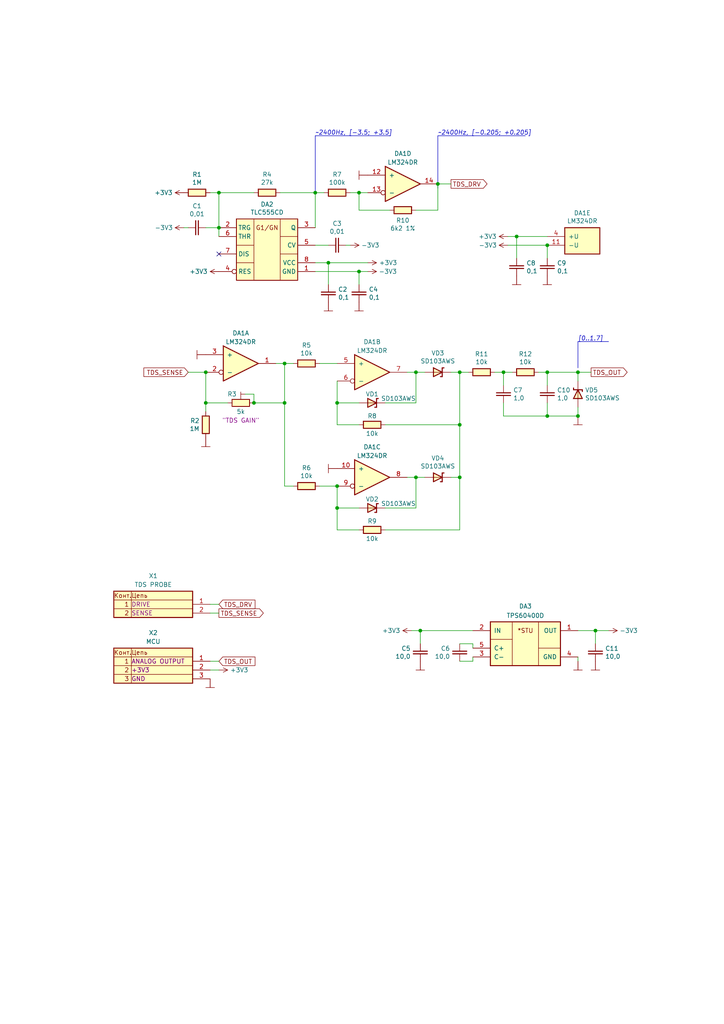
<source format=kicad_sch>
(kicad_sch (version 20230121) (generator eeschema)
  (paper "A4" portrait)
  (title_block (title "TDS Meter") (date "2023-06-12") (company "Moonshine") (comment 2 "UncleRus"))
  (lib_symbols
    (symbol "GOST_Capacitors:CAPACITOR" (pin_numbers hide) (pin_names (offset 1.016) hide)
      (property "Reference" "C" (at 0 2.794 0))
      (property "Value" "GOST_Capacitors_CAPACITOR" (at 0 -2.794 0))
      (symbol "CAPACITOR_1_1"
        (polyline (pts (xy -0.381 2.032) (xy -0.381 -2.032)) (stroke (width 0.3048)))
        (polyline (pts (xy 0.381 2.032) (xy 0.381 -2.032)) (stroke (width 0.3048)))
        (pin passive line (at -2.54 0 0) (length 2.159) (name "1") (number "1"))
        (pin passive line (at 2.54 0 180) (length 2.159) (name "2") (number "2"))
      )
    )
    (symbol "GOST_Connectors_List:CONN_LIST_02_L" (pin_names (offset 1.016))
      (property "Reference" "X" (at 0 4.445 0))
      (property "Value" "CONN_LIST_02_L" (at 0 1.905 0))
      (property "NET1" "NET1" (at -6.35 -3.81 0))
      (property "NET2" "NET2" (at -6.35 -6.35 0))
      (symbol "CONN_LIST_02_L_0_0"
        (polyline (pts (xy -11.43 -5.08) (xy 11.43 -5.08)))
        (polyline (pts (xy -11.43 -2.54) (xy 11.43 -2.54)))
        (polyline (pts (xy -6.35 0) (xy -6.35 -7.62)))
        (text "1" (at -6.985 -3.81 0) (effects (font (size 1.27 1.27)) (justify right)))
        (text "2" (at -6.985 -6.35 0) (effects (font (size 1.27 1.27)) (justify right)))
        (text "Конт." (at -11.43 -1.27 0) (effects (font (size 1.27 1.27)) (justify left)))
        (text "Цепь" (at -6.35 -1.27 0) (effects (font (size 1.27 1.27)) (justify left)))
      )
      (symbol "CONN_LIST_02_L_0_1"
        (rectangle (start -11.43 0) (end 11.43 -7.62) (stroke (width 0.3048)) (fill (type background)))
      )
      (symbol "CONN_LIST_02_L_1_1"
        (pin passive line (at 16.51 -3.81 180) (length 5.08) (name "~") (number "1"))
        (pin passive line (at 16.51 -6.35 180) (length 5.08) (name "~") (number "2"))
      )
    )
    (symbol "GOST_Connectors_List:CONN_LIST_03_L" (pin_names (offset 1.016))
      (property "Reference" "X" (at 0 4.445 0))
      (property "Value" "CONN_LIST_03_L" (at 0 1.905 0))
      (property "NET1" "NET1" (at -6.35 -3.81 0))
      (property "NET2" "NET2" (at -6.35 -6.35 0))
      (property "NET3" "NET3" (at -6.35 -8.89 0))
      (symbol "CONN_LIST_03_L_0_0"
        (polyline (pts (xy -11.43 -7.62) (xy 11.43 -7.62)))
        (polyline (pts (xy -11.43 -5.08) (xy 11.43 -5.08)))
        (polyline (pts (xy -11.43 -2.54) (xy 11.43 -2.54)))
        (polyline (pts (xy -6.35 0) (xy -6.35 -10.16)))
        (text "1" (at -6.985 -3.81 0) (effects (font (size 1.27 1.27)) (justify right)))
        (text "2" (at -6.985 -6.35 0) (effects (font (size 1.27 1.27)) (justify right)))
        (text "3" (at -6.985 -8.89 0) (effects (font (size 1.27 1.27)) (justify right)))
        (text "Конт." (at -11.43 -1.27 0) (effects (font (size 1.27 1.27)) (justify left)))
        (text "Цепь" (at -6.35 -1.27 0) (effects (font (size 1.27 1.27)) (justify left)))
      )
      (symbol "CONN_LIST_03_L_0_1"
        (rectangle (start -11.43 0) (end 11.43 -10.16) (stroke (width 0.3048)) (fill (type background)))
      )
      (symbol "CONN_LIST_03_L_1_1"
        (pin passive line (at 16.51 -3.81 180) (length 5.08) (name "~") (number "1"))
        (pin passive line (at 16.51 -6.35 180) (length 5.08) (name "~") (number "2"))
        (pin passive line (at 16.51 -8.89 180) (length 5.08) (name "~") (number "3"))
      )
    )
    (symbol "GOST_Diodes:SCHOTTKY" (pin_numbers hide) (pin_names (offset 1.016) hide)
      (property "Reference" "VD" (at 0 5.715 0))
      (property "Value" "GOST_Diodes_SCHOTTKY" (at 0 3.175 0))
      (symbol "SCHOTTKY_0_1"
        (polyline (pts (xy -1.27 1.27) (xy -1.778 1.27)) (stroke (width 0.3048)))
        (polyline (pts (xy -1.27 1.27) (xy -1.27 -1.27)) (stroke (width 0.3048)))
        (polyline (pts (xy -0.762 -1.27) (xy -1.27 -1.27)) (stroke (width 0.3048)))
        (polyline (pts (xy 1.27 0) (xy -1.27 0)))
        (polyline (pts (xy 1.27 1.27) (xy 1.27 -1.27) (xy -1.27 0) (xy 1.27 1.27)) (stroke (width 0.3048)) (fill (type background)))
      )
      (symbol "SCHOTTKY_1_1"
        (pin passive line (at -3.81 0 0) (length 2.54) (name "K") (number "1"))
        (pin passive line (at 3.81 0 180) (length 2.54) (name "A") (number "2"))
      )
    )
    (symbol "GOST_ICs:NE555DR"
      (property "Reference" "DA" (at 0 11.43 0))
      (property "Value" "GOST_ICs_NE555DR" (at 0 8.89 0))
      (symbol "NE555DR_0_0"
        (polyline (pts (xy -8.89 -5.08) (xy -3.81 -5.08)))
        (polyline (pts (xy -8.89 0) (xy -3.81 0)))
        (polyline (pts (xy 3.81 -2.54) (xy 8.89 -2.54)))
        (polyline (pts (xy 3.81 2.54) (xy 8.89 2.54)))
        (text "G1/GN" (at 0 5.08 0) (effects (font (size 1.27 1.27))))
        (pin power_in line (at 13.97 -7.62 180) (length 5.08) (name "GND") (number "1"))
        (pin power_in line (at 13.97 -5.08 180) (length 5.08) (name "VCC") (number "8"))
      )
      (symbol "NE555DR_0_1"
        (rectangle (start -8.89 -10.16) (end 8.89 7.62) (stroke (width 0.254)) (fill (type background)))
        (rectangle (start -3.81 7.62) (end 3.81 -10.16))
      )
      (symbol "NE555DR_1_1"
        (pin input line (at -13.97 5.08 0) (length 5.08) (name "TRG") (number "2"))
        (pin output line (at 13.97 5.08 180) (length 5.08) (name "Q") (number "3"))
        (pin input inverted (at -13.97 -7.62 0) (length 5.08) (name "RES") (number "4"))
        (pin passive line (at 13.97 0 180) (length 5.08) (name "CV") (number "5"))
        (pin input line (at -13.97 2.54 0) (length 5.08) (name "THR") (number "6"))
        (pin input line (at -13.97 -2.54 0) (length 5.08) (name "DIS") (number "7"))
      )
    )
    (symbol "GOST_ICs:OPAMP_QUAD_TRIANGLE" (pin_names (offset 1.016))
      (property "Reference" "DA" (at 0 8.89 0))
      (property "Value" "OPAMP_QUAD_TRIANGLE" (at 0 7.62 0))
      (symbol "OPAMP_QUAD_TRIANGLE_1_0"
        (polyline (pts (xy -5.08 5.08) (xy -5.08 -5.08) (xy 5.08 0) (xy -5.08 5.08)) (stroke (width 0.3048)) (fill (type background)))
      )
      (symbol "OPAMP_QUAD_TRIANGLE_1_1"
        (pin output line (at 10.16 0 180) (length 5.08) (name "~") (number "1"))
        (pin input inverted (at -10.16 -2.54 0) (length 5.08) (name "-") (number "2"))
        (pin input line (at -10.16 2.54 0) (length 5.08) (name "+") (number "3"))
      )
      (symbol "OPAMP_QUAD_TRIANGLE_2_0"
        (polyline (pts (xy -5.08 5.08) (xy -5.08 -5.08) (xy 5.08 0) (xy -5.08 5.08)) (stroke (width 0.3048)) (fill (type background)))
      )
      (symbol "OPAMP_QUAD_TRIANGLE_2_1"
        (pin input line (at -10.16 2.54 0) (length 5.08) (name "+") (number "5"))
        (pin input inverted (at -10.16 -2.54 0) (length 5.08) (name "-") (number "6"))
        (pin output line (at 10.16 0 180) (length 5.08) (name "~") (number "7"))
      )
      (symbol "OPAMP_QUAD_TRIANGLE_3_0"
        (polyline (pts (xy -5.08 5.08) (xy -5.08 -5.08) (xy 5.08 0) (xy -5.08 5.08)) (stroke (width 0.3048)) (fill (type background)))
      )
      (symbol "OPAMP_QUAD_TRIANGLE_3_1"
        (pin input line (at -10.16 2.54 0) (length 5.08) (name "+") (number "10"))
        (pin output line (at 10.16 0 180) (length 5.08) (name "~") (number "8"))
        (pin input inverted (at -10.16 -2.54 0) (length 5.08) (name "-") (number "9"))
      )
      (symbol "OPAMP_QUAD_TRIANGLE_4_0"
        (polyline (pts (xy -5.08 5.08) (xy -5.08 -5.08) (xy 5.08 0) (xy -5.08 5.08)) (stroke (width 0.3048)) (fill (type background)))
      )
      (symbol "OPAMP_QUAD_TRIANGLE_4_1"
        (pin input line (at -10.16 2.54 0) (length 5.08) (name "+") (number "12"))
        (pin input inverted (at -10.16 -2.54 0) (length 5.08) (name "-") (number "13"))
        (pin output line (at 10.16 0 180) (length 5.08) (name "~") (number "14"))
      )
      (symbol "OPAMP_QUAD_TRIANGLE_5_1"
        (rectangle (start -5.08 3.81) (end 5.08 -3.81) (stroke (width 0.3048)) (fill (type background)))
        (pin power_in line (at -10.16 -1.27 0) (length 5.08) (name "-U") (number "11"))
        (pin power_in line (at -10.16 1.27 0) (length 5.08) (name "+U") (number "4"))
      )
    )
    (symbol "GOST_ICs:TPS60400" (pin_names (offset 1.016))
      (property "Reference" "DA" (at 0 8.89 0))
      (property "Value" "GOST_ICs_TPS60400" (at 0 7.62 0))
      (symbol "TPS60400_0_0"
        (text "*STU" (at 0 2.54 0) (effects (font (size 1.27 1.27))))
      )
      (symbol "TPS60400_1_1"
        (rectangle (start -10.16 5.08) (end 10.16 -7.62) (stroke (width 0.3048)) (fill (type background)))
        (rectangle (start -3.81 5.08) (end 3.81 -7.62))
        (polyline (pts (xy -3.81 0) (xy -10.16 0)))
        (polyline (pts (xy 10.16 -2.54) (xy 3.81 -2.54)))
        (pin power_out line (at 15.24 2.54 180) (length 5.08) (name "OUT") (number "1"))
        (pin power_in line (at -15.24 2.54 0) (length 5.08) (name "IN") (number "2"))
        (pin passive line (at -15.24 -5.08 0) (length 5.08) (name "C-") (number "3"))
        (pin power_in line (at 15.24 -5.08 180) (length 5.08) (name "GND") (number "4"))
        (pin passive line (at -15.24 -2.54 0) (length 5.08) (name "C+") (number "5"))
      )
    )
    (symbol "GOST_Power_Symbols:+3V3" (power) (pin_numbers hide) (pin_names (offset 1.016) hide)
      (property "Value" "GOST_Power_Symbols_+3V3" (at 0 3.302 0))
      (symbol "+3V3_1_1"
        (polyline (pts (xy 0 2.54) (xy -0.635 1.27)))
        (polyline (pts (xy 0 2.54) (xy 0.635 1.27)))
        (pin power_in line (at 0 0 90) (length 2.54) (name "+3V3") (number "1"))
      )
    )
    (symbol "GOST_Power_Symbols:-3V3" (power) (pin_numbers hide) (pin_names (offset 1.016) hide)
      (property "Value" "-3V3" (at 0 3.302 0))
      (symbol "-3V3_1_1"
        (polyline (pts (xy 0 2.54) (xy -0.635 1.27)))
        (polyline (pts (xy 0 2.54) (xy 0.635 1.27)))
        (pin power_in line (at 0 0 90) (length 2.54) (name "-3V3") (number "1"))
      )
    )
    (symbol "GOST_Power_Symbols:GND" (power) (pin_numbers hide) (pin_names (offset 1.016) hide)
      (symbol "GND_1_1"
        (polyline (pts (xy -1.27 -2.54) (xy 1.27 -2.54)))
        (pin power_in line (at 0 0 270) (length 2.54) (name "GND") (number "1"))
      )
    )
    (symbol "GOST_Resistors:RESISTOR" (pin_numbers hide) (pin_names (offset 1.016) hide)
      (property "Reference" "R" (at 0 1.778 0))
      (property "Value" "GOST_Resistors_RESISTOR" (at 0 -1.778 0))
      (symbol "RESISTOR_1_1"
        (rectangle (start -2.54 1.016) (end 2.54 -1.016) (stroke (width 0.3048)) (fill (type background)))
        (pin passive line (at -3.81 0 0) (length 1.27) (name "L") (number "1"))
        (pin passive line (at 3.81 0 180) (length 1.27) (name "R") (number "2"))
      )
    )
    (symbol "GOST_Resistors:RESISTOR_TRIMMER" (pin_numbers hide) (pin_names (offset 1.016) hide)
      (property "Reference" "R" (at 0 5.08 0))
      (property "Value" "GOST_Resistors_RESISTOR_TRIMMER" (at 0 -2.54 0))
      (symbol "RESISTOR_TRIMMER_0_1"
        (rectangle (start -2.54 1.016) (end 2.54 -1.016) (stroke (width 0.254)) (fill (type background)))
        (polyline (pts (xy 0 1.016) (xy 0 3.175)))
      )
      (symbol "RESISTOR_TRIMMER_1_1"
        (pin passive line (at -3.81 0 0) (length 1.27) (name "1") (number "1"))
        (pin passive line (at 1.27 2.54 180) (length 1.27) (name "2") (number "2"))
        (pin passive line (at 3.81 0 180) (length 1.27) (name "3") (number "3"))
      )
    )
  )
  (junction (at 104.14 55.88))
  (junction (at 82.55 105.41))
  (junction (at 149.86 68.58))
  (junction (at 133.35 138.43))
  (junction (at 63.5 55.88))
  (junction (at 73.66 116.84))
  (junction (at 158.75 71.12))
  (junction (at 120.65 138.43))
  (junction (at 167.64 107.95))
  (junction (at 91.44 55.88))
  (junction (at 127 53.34))
  (junction (at 158.75 120.65))
  (junction (at 59.69 116.84))
  (junction (at 172.72 182.88))
  (junction (at 95.25 76.2))
  (junction (at 133.35 107.95))
  (junction (at 120.65 107.95))
  (junction (at 158.75 107.95))
  (junction (at 133.35 123.19))
  (junction (at 146.05 107.95))
  (junction (at 167.64 120.65))
  (junction (at 63.5 66.04))
  (junction (at 104.14 78.74))
  (junction (at 97.79 147.32))
  (junction (at 82.55 116.84))
  (junction (at 59.69 107.95))
  (junction (at 97.79 116.84))
  (junction (at 97.79 140.97))
  (junction (at 121.92 182.88))
  (no_connect (at 63.5 73.66))
  (wire (pts (xy 104.14 147.32) (xy 97.79 147.32)))
  (wire (pts (xy 80.01 105.41) (xy 82.55 105.41)))
  (wire (pts (xy 104.14 78.74) (xy 91.44 78.74)))
  (wire (pts (xy 133.35 107.95) (xy 135.89 107.95)))
  (wire (pts (xy 60.96 177.8) (xy 63.5 177.8)))
  (wire (pts (xy 147.32 71.12) (xy 158.75 71.12)))
  (wire (pts (xy 95.25 82.55) (xy 95.25 76.2)))
  (wire (pts (xy 120.65 60.96) (xy 127 60.96)))
  (wire (pts (xy 59.69 116.84) (xy 66.04 116.84)))
  (wire (pts (xy 137.16 190.5) (xy 137.16 191.77)))
  (wire (pts (xy 146.05 120.65) (xy 158.75 120.65)))
  (polyline (pts (xy 91.44 55.88) (xy 91.44 39.37)))
  (wire (pts (xy 59.69 66.04) (xy 63.5 66.04)))
  (wire (pts (xy 120.65 107.95) (xy 118.11 107.95)))
  (wire (pts (xy 95.25 76.2) (xy 91.44 76.2)))
  (wire (pts (xy 121.92 182.88) (xy 137.16 182.88)))
  (wire (pts (xy 92.71 105.41) (xy 97.79 105.41)))
  (wire (pts (xy 167.64 120.65) (xy 167.64 118.11)))
  (wire (pts (xy 146.05 116.84) (xy 146.05 120.65)))
  (wire (pts (xy 146.05 111.76) (xy 146.05 107.95)))
  (wire (pts (xy 137.16 186.69) (xy 137.16 187.96)))
  (wire (pts (xy 104.14 82.55) (xy 104.14 78.74)))
  (wire (pts (xy 121.92 186.69) (xy 121.92 182.88)))
  (wire (pts (xy 146.05 107.95) (xy 148.59 107.95)))
  (wire (pts (xy 149.86 74.93) (xy 149.86 68.58)))
  (wire (pts (xy 133.35 153.67) (xy 111.76 153.67)))
  (wire (pts (xy 172.72 186.69) (xy 172.72 182.88)))
  (wire (pts (xy 100.33 71.12) (xy 101.6 71.12)))
  (polyline (pts (xy 91.44 39.37) (xy 113.03 39.37)))
  (wire (pts (xy 59.69 116.84) (xy 59.69 119.38)))
  (wire (pts (xy 82.55 105.41) (xy 82.55 116.84)))
  (wire (pts (xy 73.66 55.88) (xy 63.5 55.88)))
  (wire (pts (xy 97.79 153.67) (xy 97.79 147.32)))
  (wire (pts (xy 97.79 116.84) (xy 97.79 110.49)))
  (wire (pts (xy 106.68 76.2) (xy 95.25 76.2)))
  (wire (pts (xy 104.14 153.67) (xy 97.79 153.67)))
  (polyline (pts (xy 167.64 99.06) (xy 176.53 99.06)))
  (wire (pts (xy 158.75 107.95) (xy 167.64 107.95)))
  (wire (pts (xy 120.65 147.32) (xy 120.65 138.43)))
  (wire (pts (xy 113.03 60.96) (xy 104.14 60.96)))
  (wire (pts (xy 63.5 55.88) (xy 63.5 66.04)))
  (wire (pts (xy 167.64 107.95) (xy 167.64 110.49)))
  (wire (pts (xy 93.98 55.88) (xy 91.44 55.88)))
  (wire (pts (xy 97.79 147.32) (xy 97.79 140.97)))
  (wire (pts (xy 149.86 68.58) (xy 158.75 68.58)))
  (wire (pts (xy 60.96 191.77) (xy 63.5 191.77)))
  (wire (pts (xy 53.34 66.04) (xy 54.61 66.04)))
  (wire (pts (xy 167.64 182.88) (xy 172.72 182.88)))
  (wire (pts (xy 71.12 114.3) (xy 73.66 114.3)))
  (wire (pts (xy 81.28 55.88) (xy 91.44 55.88)))
  (wire (pts (xy 121.92 182.88) (xy 119.38 182.88)))
  (wire (pts (xy 158.75 116.84) (xy 158.75 120.65)))
  (wire (pts (xy 127 53.34) (xy 130.81 53.34)))
  (wire (pts (xy 82.55 140.97) (xy 85.09 140.97)))
  (wire (pts (xy 120.65 138.43) (xy 123.19 138.43)))
  (wire (pts (xy 60.96 194.31) (xy 63.5 194.31)))
  (wire (pts (xy 73.66 114.3) (xy 73.66 116.84)))
  (wire (pts (xy 92.71 140.97) (xy 97.79 140.97)))
  (wire (pts (xy 167.64 191.77) (xy 167.64 190.5)))
  (wire (pts (xy 63.5 68.58) (xy 63.5 66.04)))
  (wire (pts (xy 147.32 68.58) (xy 149.86 68.58)))
  (wire (pts (xy 133.35 123.19) (xy 111.76 123.19)))
  (wire (pts (xy 111.76 116.84) (xy 120.65 116.84)))
  (wire (pts (xy 73.66 116.84) (xy 82.55 116.84)))
  (wire (pts (xy 158.75 120.65) (xy 167.64 120.65)))
  (wire (pts (xy 111.76 147.32) (xy 120.65 147.32)))
  (wire (pts (xy 101.6 55.88) (xy 104.14 55.88)))
  (wire (pts (xy 120.65 116.84) (xy 120.65 107.95)))
  (wire (pts (xy 91.44 55.88) (xy 91.44 66.04)))
  (polyline (pts (xy 127 39.37) (xy 152.4 39.37)))
  (wire (pts (xy 133.35 138.43) (xy 133.35 123.19)))
  (wire (pts (xy 82.55 116.84) (xy 82.55 140.97)))
  (wire (pts (xy 143.51 107.95) (xy 146.05 107.95)))
  (wire (pts (xy 118.11 138.43) (xy 120.65 138.43)))
  (wire (pts (xy 133.35 107.95) (xy 133.35 123.19)))
  (wire (pts (xy 104.14 116.84) (xy 97.79 116.84)))
  (polyline (pts (xy 127 54.61) (xy 127 39.37)))
  (wire (pts (xy 54.61 107.95) (xy 59.69 107.95)))
  (wire (pts (xy 127 60.96) (xy 127 53.34)))
  (wire (pts (xy 60.96 55.88) (xy 63.5 55.88)))
  (wire (pts (xy 104.14 55.88) (xy 106.68 55.88)))
  (wire (pts (xy 133.35 138.43) (xy 133.35 153.67)))
  (wire (pts (xy 158.75 107.95) (xy 158.75 111.76)))
  (wire (pts (xy 120.65 107.95) (xy 123.19 107.95)))
  (wire (pts (xy 130.81 138.43) (xy 133.35 138.43)))
  (wire (pts (xy 104.14 60.96) (xy 104.14 55.88)))
  (wire (pts (xy 133.35 186.69) (xy 137.16 186.69)))
  (wire (pts (xy 156.21 107.95) (xy 158.75 107.95)))
  (wire (pts (xy 130.81 107.95) (xy 133.35 107.95)))
  (wire (pts (xy 95.25 71.12) (xy 91.44 71.12)))
  (wire (pts (xy 104.14 123.19) (xy 97.79 123.19)))
  (wire (pts (xy 137.16 191.77) (xy 133.35 191.77)))
  (wire (pts (xy 59.69 107.95) (xy 59.69 116.84)))
  (polyline (pts (xy 167.64 106.68) (xy 167.64 99.06)))
  (wire (pts (xy 106.68 78.74) (xy 104.14 78.74)))
  (wire (pts (xy 85.09 105.41) (xy 82.55 105.41)))
  (wire (pts (xy 172.72 182.88) (xy 176.53 182.88)))
  (wire (pts (xy 158.75 74.93) (xy 158.75 71.12)))
  (wire (pts (xy 97.79 123.19) (xy 97.79 116.84)))
  (wire (pts (xy 171.45 107.95) (xy 167.64 107.95)))
  (wire (pts (xy 60.96 175.26) (xy 63.5 175.26)))
  (text "~2400Hz, [-3.5; +3.5]" (at 91.44 39.37 0) (effects (font (size 1.27 1.27) italic) (justify left bottom)))
  (text "~2400Hz, [-0.205; +0.205]" (at 127 39.37 0) (effects (font (size 1.27 1.27) italic) (justify left bottom)))
  (text "[0..1.7]" (at 167.64 99.06 0) (effects (font (size 1.27 1.27) italic) (justify left bottom)))
  (global_label "TDS_DRV" (shape output) (at 130.81 53.34 0) (property "Intersheetrefs" "${INTERSHEET_REFS}" (effects hide)))
  (global_label "TDS_OUT" (shape input) (at 63.5 191.77 0) (property "Intersheetrefs" "${INTERSHEET_REFS}" (effects hide)))
  (global_label "TDS_SENSE" (shape input) (at 54.61 107.95 180) (property "Intersheetrefs" "${INTERSHEET_REFS}" (effects hide)))
  (global_label "TDS_DRV" (shape input) (at 63.5 175.26 0) (property "Intersheetrefs" "${INTERSHEET_REFS}" (effects hide)))
  (global_label "TDS_SENSE" (shape output) (at 63.5 177.8 0) (property "Intersheetrefs" "${INTERSHEET_REFS}" (effects hide)))
  (global_label "TDS_OUT" (shape output) (at 171.45 107.95 0) (property "Intersheetrefs" "${INTERSHEET_REFS}" (effects hide)))
  (symbol (lib_id "GOST_ICs:TPS60400") (at 152.4 185.42 0) (unit 1)
    (property "Reference" "DA3" (at 152.4 176.53 0) (effects (justify bottom)))
    (property "Value" "TPS60400D" (at 152.4 177.8 0) (effects (justify top)))
    (property "Footprint" "Package_TO_SOT_SMD:SOT-23-5_HandSoldering" (effects hide))
  )
  (symbol (lib_id "GOST_Capacitors:CAPACITOR") (at 133.35 189.23 270) (unit 1)
    (property "Reference" "C6" (at 130.556 188.0616 90) (effects (justify right)))
    (property "Value" "10,0" (at 130.556 190.373 90) (effects (justify right)))
    (property "Footprint" "Capacitor_SMD:C_0805_2012Metric_Pad1.18x1.45mm_HandSolder" (effects hide))
  )
  (symbol (lib_id "GOST_Capacitors:CAPACITOR") (at 121.92 189.23 270) (unit 1)
    (property "Reference" "C5" (at 119.126 188.0616 90) (effects (justify right)))
    (property "Value" "10,0" (at 119.126 190.373 90) (effects (justify right)))
    (property "Footprint" "Capacitor_SMD:C_0805_2012Metric_Pad1.18x1.45mm_HandSolder" (effects hide))
  )
  (symbol (lib_id "GOST_Power_Symbols:GND") (at 121.92 191.77 0) (unit 1)
    (property "Reference" "#PWR016" (effects hide))
    (property "Value" "GND" (effects hide))
  )
  (symbol (lib_id "GOST_Power_Symbols:GND") (at 167.64 191.77 0) (unit 1)
    (property "Reference" "#PWR022" (effects hide))
    (property "Value" "GND" (effects hide))
  )
  (symbol (lib_id "GOST_Capacitors:CAPACITOR") (at 172.72 189.23 270) (unit 1)
    (property "Reference" "C11" (at 175.5394 188.0616 90) (effects (justify left)))
    (property "Value" "10,0" (at 175.5394 190.373 90) (effects (justify left)))
    (property "Footprint" "Capacitor_SMD:C_0805_2012Metric_Pad1.18x1.45mm_HandSolder" (effects hide))
  )
  (symbol (lib_id "GOST_Power_Symbols:GND") (at 172.72 191.77 0) (unit 1)
    (property "Reference" "#PWR023" (effects hide))
    (property "Value" "GND" (effects hide))
  )
  (symbol (lib_id "GOST_ICs:OPAMP_QUAD_TRIANGLE") (at 69.85 105.41 0) (unit 1)
    (property "Reference" "DA1" (at 69.85 96.6048 0))
    (property "Value" "LM324DR" (at 69.85 99.1417 0))
    (property "Footprint" "Package_SO:SOIC-14_3.9x8.7mm_P1.27mm" (effects hide))
  )
  (symbol (lib_id "GOST_ICs:OPAMP_QUAD_TRIANGLE") (at 107.95 107.95 0) (unit 2)
    (property "Reference" "DA1" (at 107.95 99.1448 0))
    (property "Value" "LM324DR" (at 107.95 101.6817 0))
    (property "Footprint" "Package_SO:SOIC-14_3.9x8.7mm_P1.27mm" (effects hide))
  )
  (symbol (lib_id "GOST_ICs:OPAMP_QUAD_TRIANGLE") (at 107.95 138.43 0) (unit 3)
    (property "Reference" "DA1" (at 107.95 129.6248 0))
    (property "Value" "LM324DR" (at 107.95 132.1617 0))
    (property "Footprint" "Package_SO:SOIC-14_3.9x8.7mm_P1.27mm" (effects hide))
  )
  (symbol (lib_id "GOST_ICs:OPAMP_QUAD_TRIANGLE") (at 116.84 53.34 0) (unit 4)
    (property "Reference" "DA1" (at 116.84 44.5348 0))
    (property "Value" "LM324DR" (at 116.84 47.0717 0))
    (property "Footprint" "Package_SO:SOIC-14_3.9x8.7mm_P1.27mm" (effects hide))
  )
  (symbol (lib_id "GOST_ICs:OPAMP_QUAD_TRIANGLE") (at 168.91 69.85 0) (unit 5)
    (property "Reference" "DA1" (at 168.91 61.7728 0))
    (property "Value" "LM324DR" (at 168.91 64.0842 0))
    (property "Footprint" "Package_SO:SOIC-14_3.9x8.7mm_P1.27mm" (effects hide))
  )
  (symbol (lib_id "GOST_Resistors:RESISTOR") (at 59.69 123.19 270) (unit 1)
    (property "Reference" "R2" (at 57.8866 122.0216 90) (effects (justify right)))
    (property "Value" "1M" (at 57.8866 124.333 90) (effects (justify right)))
    (property "Footprint" "Resistor_SMD:R_0805_2012Metric_Pad1.20x1.40mm_HandSolder" (effects hide))
  )
  (symbol (lib_id "GOST_Power_Symbols:GND") (at 59.69 127 0) (unit 1)
    (property "Reference" "#PWR04" (effects hide))
    (property "Value" "GND" (effects hide))
  )
  (symbol (lib_id "GOST_Power_Symbols:GND") (at 59.69 102.87 270) (unit 1)
    (property "Reference" "#PWR03" (effects hide))
    (property "Value" "GND" (effects hide))
  )
  (symbol (lib_id "GOST_Resistors:RESISTOR") (at 88.9 105.41 0) (mirror y) (unit 1)
    (property "Reference" "R5" (at 88.9 100.1268 0))
    (property "Value" "10k" (at 88.9 102.4382 0))
    (property "Footprint" "Resistor_SMD:R_0805_2012Metric_Pad1.20x1.40mm_HandSolder" (effects hide))
  )
  (symbol (lib_id "GOST_Resistors:RESISTOR") (at 88.9 140.97 0) (mirror y) (unit 1)
    (property "Reference" "R6" (at 88.9 135.6868 0))
    (property "Value" "10k" (at 88.9 137.9982 0))
    (property "Footprint" "Resistor_SMD:R_0805_2012Metric_Pad1.20x1.40mm_HandSolder" (effects hide))
  )
  (symbol (lib_id "GOST_Power_Symbols:GND") (at 97.79 135.89 270) (unit 1)
    (property "Reference" "#PWR09" (effects hide))
    (property "Value" "GND" (effects hide))
  )
  (symbol (lib_id "GOST_Diodes:SCHOTTKY") (at 167.64 114.3 90) (mirror x) (unit 1)
    (property "Reference" "VD5" (at 169.6974 113.1316 90) (effects (justify right)))
    (property "Value" "SD103AWS" (at 169.6974 115.443 90) (effects (justify right)))
    (property "Footprint" "Diode_SMD:D_SOD-323_HandSoldering" (effects hide))
  )
  (symbol (lib_id "GOST_Resistors:RESISTOR") (at 139.7 107.95 0) (mirror y) (unit 1)
    (property "Reference" "R11" (at 139.7 102.6668 0))
    (property "Value" "10k" (at 139.7 104.9782 0))
    (property "Footprint" "Resistor_SMD:R_0805_2012Metric_Pad1.20x1.40mm_HandSolder" (effects hide))
  )
  (symbol (lib_id "GOST_Resistors:RESISTOR") (at 152.4 107.95 0) (mirror y) (unit 1)
    (property "Reference" "R12" (at 152.4 102.6668 0))
    (property "Value" "10k" (at 152.4 104.9782 0))
    (property "Footprint" "Resistor_SMD:R_0805_2012Metric_Pad1.20x1.40mm_HandSolder" (effects hide))
  )
  (symbol (lib_id "GOST_Capacitors:CAPACITOR") (at 146.05 114.3 270) (unit 1)
    (property "Reference" "C7" (at 148.8694 113.1316 90) (effects (justify left)))
    (property "Value" "1,0" (at 148.8694 115.443 90) (effects (justify left)))
    (property "Footprint" "Capacitor_SMD:C_0805_2012Metric_Pad1.18x1.45mm_HandSolder" (effects hide))
  )
  (symbol (lib_id "GOST_Capacitors:CAPACITOR") (at 158.75 114.3 270) (unit 1)
    (property "Reference" "C10" (at 161.5694 113.1316 90) (effects (justify left)))
    (property "Value" "1,0" (at 161.5694 115.443 90) (effects (justify left)))
    (property "Footprint" "Capacitor_SMD:C_0805_2012Metric_Pad1.18x1.45mm_HandSolder" (effects hide))
  )
  (symbol (lib_id "GOST_Power_Symbols:GND") (at 167.64 120.65 0) (unit 1)
    (property "Reference" "#PWR021" (effects hide))
    (property "Value" "GND" (effects hide))
  )
  (symbol (lib_id "GOST_Resistors:RESISTOR") (at 107.95 123.19 0) (mirror y) (unit 1)
    (property "Reference" "R8" (at 107.95 120.65 0))
    (property "Value" "10k" (at 107.95 125.73 0))
    (property "Footprint" "Resistor_SMD:R_0805_2012Metric_Pad1.20x1.40mm_HandSolder" (effects hide))
  )
  (symbol (lib_id "GOST_Resistors:RESISTOR") (at 107.95 153.67 0) (mirror y) (unit 1)
    (property "Reference" "R9" (at 107.95 151.13 0))
    (property "Value" "10k" (at 107.95 156.21 0))
    (property "Footprint" "Resistor_SMD:R_0805_2012Metric_Pad1.20x1.40mm_HandSolder" (effects hide))
  )
  (symbol (lib_id "GOST_ICs:NE555DR") (at 77.47 71.12 0) (unit 1)
    (property "Reference" "DA2" (at 77.47 59.2582 0))
    (property "Value" "TLC555CD" (at 77.47 61.5696 0))
    (property "Footprint" "Package_SO:SOIC-8_3.9x4.9mm_P1.27mm" (effects hide))
  )
  (symbol (lib_id "GOST_Capacitors:CAPACITOR") (at 97.79 71.12 180) (unit 1)
    (property "Reference" "C3" (at 97.79 64.8208 0))
    (property "Value" "0,01" (at 97.79 67.1322 0))
    (property "Footprint" "Capacitor_SMD:C_0805_2012Metric_Pad1.18x1.45mm_HandSolder" (effects hide))
  )
  (symbol (lib_id "GOST_Capacitors:CAPACITOR") (at 57.15 66.04 180) (unit 1)
    (property "Reference" "C1" (at 57.15 59.7408 0))
    (property "Value" "0,01" (at 57.15 62.0522 0))
    (property "Footprint" "Capacitor_SMD:C_0805_2012Metric_Pad1.18x1.45mm_HandSolder" (effects hide))
  )
  (symbol (lib_id "GOST_Resistors:RESISTOR") (at 77.47 55.88 0) (mirror y) (unit 1)
    (property "Reference" "R4" (at 77.47 50.5968 0))
    (property "Value" "27k" (at 77.47 52.9082 0))
    (property "Footprint" "Resistor_SMD:R_0805_2012Metric_Pad1.20x1.40mm_HandSolder" (effects hide))
  )
  (symbol (lib_id "GOST_Resistors:RESISTOR") (at 57.15 55.88 0) (mirror y) (unit 1)
    (property "Reference" "R1" (at 57.15 50.5968 0))
    (property "Value" "1M" (at 57.15 52.9082 0))
    (property "Footprint" "Resistor_SMD:R_0805_2012Metric_Pad1.20x1.40mm_HandSolder" (effects hide))
  )
  (symbol (lib_id "GOST_Resistors:RESISTOR") (at 97.79 55.88 0) (mirror y) (unit 1)
    (property "Reference" "R7" (at 97.79 50.5968 0))
    (property "Value" "100k" (at 97.79 52.9082 0))
    (property "Footprint" "Resistor_SMD:R_0805_2012Metric_Pad1.20x1.40mm_HandSolder" (effects hide))
  )
  (symbol (lib_id "GOST_Power_Symbols:GND") (at 106.68 50.8 270) (unit 1)
    (property "Reference" "#PWR012" (effects hide))
    (property "Value" "GND" (effects hide))
  )
  (symbol (lib_id "GOST_Resistors:RESISTOR") (at 116.84 60.96 0) (mirror y) (unit 1)
    (property "Reference" "R10" (at 116.84 63.9064 0))
    (property "Value" "6k2 1%" (at 116.84 66.2178 0))
    (property "Footprint" "Resistor_SMD:R_0805_2012Metric_Pad1.20x1.40mm_HandSolder" (effects hide))
  )
  (symbol (lib_id "GOST_Diodes:SCHOTTKY") (at 107.95 147.32 0) (mirror y) (unit 1)
    (property "Reference" "VD2" (at 107.95 144.78 0))
    (property "Value" "SD103AWS" (at 115.57 146.05 0))
    (property "Footprint" "Diode_SMD:D_SOD-323_HandSoldering" (effects hide))
  )
  (symbol (lib_id "GOST_Diodes:SCHOTTKY") (at 127 107.95 0) (mirror y) (unit 1)
    (property "Reference" "VD3" (at 127 102.4128 0))
    (property "Value" "SD103AWS" (at 127 104.7242 0))
    (property "Footprint" "Diode_SMD:D_SOD-323_HandSoldering" (effects hide))
  )
  (symbol (lib_id "GOST_Diodes:SCHOTTKY") (at 107.95 116.84 0) (mirror y) (unit 1)
    (property "Reference" "VD1" (at 107.95 114.3 0))
    (property "Value" "SD103AWS" (at 115.57 115.57 0))
    (property "Footprint" "Diode_SMD:D_SOD-323_HandSoldering" (effects hide))
  )
  (symbol (lib_id "GOST_Diodes:SCHOTTKY") (at 127 138.43 0) (mirror y) (unit 1)
    (property "Reference" "VD4" (at 127 132.8928 0))
    (property "Value" "SD103AWS" (at 127 135.2042 0))
    (property "Footprint" "Diode_SMD:D_SOD-323_HandSoldering" (effects hide))
  )
  (symbol (lib_id "GOST_Resistors:RESISTOR_TRIMMER") (at 69.85 116.84 0) (unit 1)
    (property "Reference" "R3" (at 67.31 114.3 0))
    (property "Value" "5k" (at 69.85 119.38 0))
    (property "Footprint" "Potentiometer_THT:Potentiometer_Bourns_3296W_Vertical" (effects hide))
    (property "Title" "\"TDS GAIN\"" (at 69.85 121.92 0))
  )
  (symbol (lib_id "GOST_Power_Symbols:+3V3") (at 119.38 182.88 90) (unit 1)
    (property "Reference" "#PWR015" (effects hide))
    (property "Value" "+3V3" (at 116.1288 182.88 90) (effects (justify left)))
  )
  (symbol (lib_id "GOST_Capacitors:CAPACITOR") (at 158.75 77.47 270) (unit 1)
    (property "Reference" "C9" (at 161.5694 76.3016 90) (effects (justify left)))
    (property "Value" "0,1" (at 161.5694 78.613 90) (effects (justify left)))
    (property "Footprint" "Capacitor_SMD:C_0805_2012Metric_Pad1.18x1.45mm_HandSolder" (effects hide))
  )
  (symbol (lib_id "GOST_Power_Symbols:GND") (at 149.86 80.01 0) (unit 1)
    (property "Reference" "#PWR019" (effects hide))
    (property "Value" "GND" (effects hide))
  )
  (symbol (lib_id "GOST_Power_Symbols:GND") (at 158.75 80.01 0) (unit 1)
    (property "Reference" "#PWR020" (effects hide))
    (property "Value" "GND" (effects hide))
  )
  (symbol (lib_id "GOST_Capacitors:CAPACITOR") (at 149.86 77.47 270) (unit 1)
    (property "Reference" "C8" (at 152.6794 76.3016 90) (effects (justify left)))
    (property "Value" "0,1" (at 152.6794 78.613 90) (effects (justify left)))
    (property "Footprint" "Capacitor_SMD:C_0805_2012Metric_Pad1.18x1.45mm_HandSolder" (effects hide))
  )
  (symbol (lib_id "GOST_Power_Symbols:+3V3") (at 53.34 55.88 90) (unit 1)
    (property "Reference" "#PWR01" (effects hide))
    (property "Value" "+3V3" (at 50.0888 55.88 90) (effects (justify left)))
  )
  (symbol (lib_id "GOST_Power_Symbols:+3V3") (at 63.5 78.74 90) (unit 1)
    (property "Reference" "#PWR06" (effects hide))
    (property "Value" "+3V3" (at 60.2488 78.74 90) (effects (justify left)))
  )
  (symbol (lib_id "GOST_Power_Symbols:+3V3") (at 106.68 76.2 270) (mirror x) (unit 1)
    (property "Reference" "#PWR013" (effects hide))
    (property "Value" "+3V3" (at 109.9312 76.2 90) (effects (justify left)))
  )
  (symbol (lib_id "GOST_Power_Symbols:+3V3") (at 147.32 68.58 90) (unit 1)
    (property "Reference" "#PWR017" (effects hide))
    (property "Value" "+3V3" (at 144.0688 68.58 90) (effects (justify left)))
  )
  (symbol (lib_id "GOST_Capacitors:CAPACITOR") (at 95.25 85.09 270) (unit 1)
    (property "Reference" "C2" (at 98.0694 83.9216 90) (effects (justify left)))
    (property "Value" "0,1" (at 98.0694 86.233 90) (effects (justify left)))
    (property "Footprint" "Capacitor_SMD:C_0805_2012Metric_Pad1.18x1.45mm_HandSolder" (effects hide))
  )
  (symbol (lib_id "GOST_Power_Symbols:GND") (at 104.14 87.63 0) (unit 1)
    (property "Reference" "#PWR011" (effects hide))
    (property "Value" "GND" (effects hide))
  )
  (symbol (lib_id "GOST_Power_Symbols:-3V3") (at 176.53 182.88 270) (mirror x) (unit 1)
    (property "Reference" "#PWR024" (effects hide))
    (property "Value" "-3V3" (at 179.705 182.88 90) (effects (justify left)))
  )
  (symbol (lib_id "GOST_Power_Symbols:-3V3") (at 101.6 71.12 270) (mirror x) (unit 1)
    (property "Reference" "#PWR010" (effects hide))
    (property "Value" "-3V3" (at 104.775 71.12 90) (effects (justify left)))
  )
  (symbol (lib_id "GOST_Power_Symbols:-3V3") (at 106.68 78.74 270) (mirror x) (unit 1)
    (property "Reference" "#PWR014" (effects hide))
    (property "Value" "-3V3" (at 109.855 78.74 90) (effects (justify left)))
  )
  (symbol (lib_id "GOST_Connectors_List:CONN_LIST_02_L") (at 44.45 171.45 0) (unit 1)
    (property "Reference" "X1" (at 44.45 167.005 0))
    (property "Value" "TDS PROBE" (at 44.45 169.545 0))
    (property "Footprint" "TerminalBlock:TerminalBlock_bornier-2_P5.08mm" (effects hide))
    (property "NET1" "DRIVE" (at 38.1 175.26 0) (effects (justify left)))
    (property "NET2" "SENSE" (at 38.1 177.8 0) (effects (justify left)))
  )
  (symbol (lib_id "GOST_Power_Symbols:GND") (at 95.25 87.63 0) (unit 1)
    (property "Reference" "#PWR08" (effects hide))
    (property "Value" "GND" (effects hide))
  )
  (symbol (lib_id "GOST_Power_Symbols:-3V3") (at 147.32 71.12 90) (unit 1)
    (property "Reference" "#PWR018" (effects hide))
    (property "Value" "-3V3" (at 144.145 71.12 90) (effects (justify left)))
  )
  (symbol (lib_id "GOST_Power_Symbols:-3V3") (at 53.34 66.04 90) (unit 1)
    (property "Reference" "#PWR02" (effects hide))
    (property "Value" "-3V3" (at 50.165 66.04 90) (effects (justify left)))
  )
  (symbol (lib_id "GOST_Capacitors:CAPACITOR") (at 104.14 85.09 270) (unit 1)
    (property "Reference" "C4" (at 106.9594 83.9216 90) (effects (justify left)))
    (property "Value" "0,1" (at 106.9594 86.233 90) (effects (justify left)))
    (property "Footprint" "Capacitor_SMD:C_0805_2012Metric_Pad1.18x1.45mm_HandSolder" (effects hide))
  )
  (symbol (lib_id "GOST_Power_Symbols:GND") (at 60.96 196.85 0) (unit 1)
    (property "Reference" "#PWR05" (effects hide))
    (property "Value" "GND" (effects hide))
  )
  (symbol (lib_id "GOST_Power_Symbols:+3V3") (at 63.5 194.31 270) (mirror x) (unit 1)
    (property "Reference" "#PWR07" (effects hide))
    (property "Value" "+3V3" (at 66.7512 194.31 90) (effects (justify left)))
  )
  (symbol (lib_id "GOST_Connectors_List:CONN_LIST_03_L") (at 44.45 187.96 0) (unit 1)
    (property "Reference" "X2" (at 44.45 183.515 0))
    (property "Value" "MCU" (at 44.45 186.055 0))
    (property "Footprint" "Connector_PinHeader_2.54mm:PinHeader_1x03_P2.54mm_Vertical" (effects hide))
    (property "NET1" "ANALOG OUTPUT" (at 38.1 191.77 0) (effects (justify left)))
    (property "NET2" "+3V3" (at 38.1 194.31 0) (effects (justify left)))
    (property "NET3" "GND" (at 38.1 196.85 0) (effects (justify left)))
  )
)
</source>
